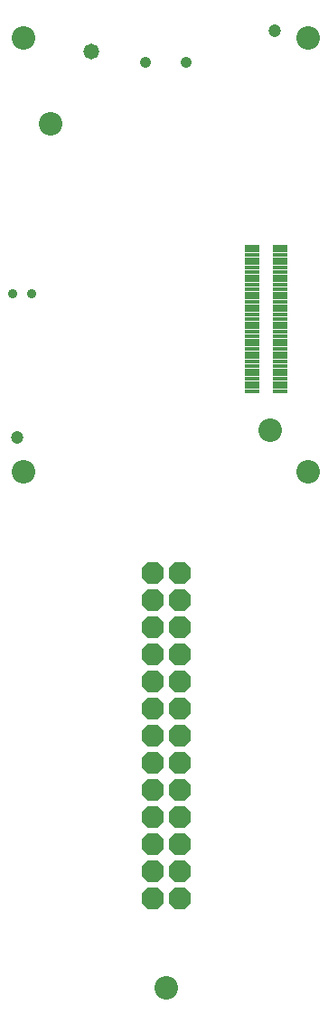
<source format=gbr>
G04 EAGLE Gerber RS-274X export*
G75*
%MOMM*%
%FSLAX34Y34*%
%LPD*%
%INSoldermask Bottom*%
%IPPOS*%
%AMOC8*
5,1,8,0,0,1.08239X$1,22.5*%
G01*
%ADD10C,2.203200*%
%ADD11R,1.343200X0.403200*%
%ADD12C,1.203200*%
%ADD13P,2.254402X8X292.500000*%
%ADD14C,1.053200*%
%ADD15C,0.903200*%
%ADD16C,1.473200*%


D10*
X285750Y19050D03*
X19050Y19050D03*
X19050Y425450D03*
X285750Y425450D03*
X152400Y-464820D03*
D11*
X259600Y93800D03*
X233200Y93800D03*
X259600Y97800D03*
X233200Y97800D03*
X259600Y101800D03*
X233200Y101800D03*
X259600Y105800D03*
X233200Y105800D03*
X259600Y109800D03*
X233200Y109800D03*
X259600Y113800D03*
X233200Y113800D03*
X259600Y117800D03*
X233200Y117800D03*
X259600Y121800D03*
X233200Y121800D03*
X259600Y125800D03*
X233200Y125800D03*
X259600Y129800D03*
X233200Y129800D03*
X259600Y133800D03*
X233200Y133800D03*
X259600Y137800D03*
X233200Y137800D03*
X259600Y141800D03*
X233200Y141800D03*
X259600Y145800D03*
X233200Y145800D03*
X259600Y149800D03*
X233200Y149800D03*
X259600Y153800D03*
X233200Y153800D03*
X259600Y157800D03*
X233200Y157800D03*
X259600Y161800D03*
X233200Y161800D03*
X259600Y165800D03*
X233200Y165800D03*
X259600Y169800D03*
X233200Y169800D03*
X259600Y173800D03*
X233200Y173800D03*
X259600Y177800D03*
X233200Y177800D03*
X259600Y181800D03*
X233200Y181800D03*
X259600Y185800D03*
X233200Y185800D03*
X259600Y189800D03*
X233200Y189800D03*
X259600Y193800D03*
X233200Y193800D03*
X259600Y197800D03*
X233200Y197800D03*
X259600Y201800D03*
X233200Y201800D03*
X259600Y205800D03*
X233200Y205800D03*
X259600Y209800D03*
X233200Y209800D03*
X259600Y213800D03*
X233200Y213800D03*
X259600Y217800D03*
X233200Y217800D03*
X259600Y221800D03*
X233200Y221800D03*
X259600Y225800D03*
X233200Y225800D03*
X259600Y229800D03*
X233200Y229800D03*
D10*
X44100Y344800D03*
X250100Y57900D03*
D12*
X12700Y50800D03*
X254000Y431800D03*
D13*
X139700Y-76200D03*
X165100Y-76200D03*
X139700Y-101600D03*
X165100Y-101600D03*
X139700Y-127000D03*
X165100Y-127000D03*
X139700Y-152400D03*
X165100Y-152400D03*
X139700Y-177800D03*
X165100Y-177800D03*
X139700Y-203200D03*
X165100Y-203200D03*
X139700Y-228600D03*
X165100Y-228600D03*
X139700Y-254000D03*
X165100Y-254000D03*
X139700Y-279400D03*
X165100Y-279400D03*
X139700Y-304800D03*
X165100Y-304800D03*
X139700Y-330200D03*
X165100Y-330200D03*
X139700Y-355600D03*
X165100Y-355600D03*
X139700Y-381000D03*
X165100Y-381000D03*
D14*
X171400Y402180D03*
X133400Y402180D03*
D15*
X26780Y185420D03*
X8780Y185420D03*
D16*
X82550Y412750D03*
M02*

</source>
